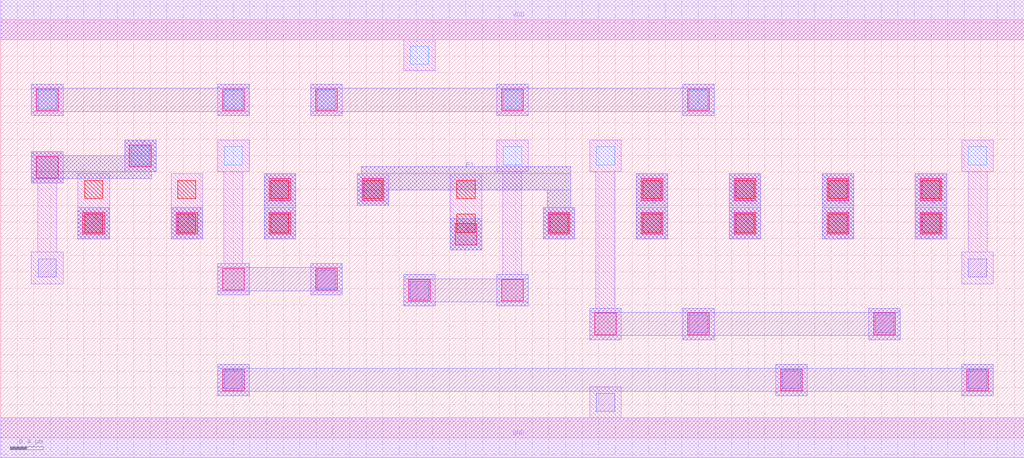
<source format=lef>
MACRO AOOAAOI21312
 CLASS CORE ;
 FOREIGN AOOAAOI21312 0 0 ;
 SIZE 12.32 BY 5.04 ;
 ORIGIN 0 0 ;
 SYMMETRY X Y R90 ;
 SITE unit ;
  PIN VDD
   DIRECTION INOUT ;
   USE POWER ;
   SHAPE ABUTMENT ;
    PORT
     CLASS CORE ;
       LAYER met1 ;
        RECT 0.00000000 4.80000000 12.32000000 5.28000000 ;
    END
  END VDD

  PIN GND
   DIRECTION INOUT ;
   USE POWER ;
   SHAPE ABUTMENT ;
    PORT
     CLASS CORE ;
       LAYER met1 ;
        RECT 0.00000000 -0.24000000 12.32000000 0.24000000 ;
    END
  END GND

  PIN Y
   DIRECTION INOUT ;
   USE SIGNAL ;
   SHAPE ABUTMENT ;
    PORT
     CLASS CORE ;
       LAYER met2 ;
        RECT 0.37000000 3.07200000 0.75000000 3.12200000 ;
        RECT 0.37000000 3.12200000 1.82000000 3.20700000 ;
        RECT 0.37000000 3.20700000 1.87000000 3.40200000 ;
        RECT 0.37000000 3.40200000 0.75000000 3.45200000 ;
        RECT 1.49000000 3.40200000 1.87000000 3.58700000 ;
    END
  END Y

  PIN E
   DIRECTION INOUT ;
   USE SIGNAL ;
   SHAPE ABUTMENT ;
    PORT
     CLASS CORE ;
       LAYER met2 ;
        RECT 5.41000000 2.26200000 5.79000000 2.64200000 ;
    END
  END E

  PIN D
   DIRECTION INOUT ;
   USE SIGNAL ;
   SHAPE ABUTMENT ;
    PORT
     CLASS CORE ;
       LAYER met2 ;
        RECT 7.65000000 2.39700000 8.03000000 3.18200000 ;
    END
  END D

  PIN C2
   DIRECTION INOUT ;
   USE SIGNAL ;
   SHAPE ABUTMENT ;
    PORT
     CLASS CORE ;
       LAYER met2 ;
        RECT 8.77000000 2.39700000 9.15000000 3.18200000 ;
    END
  END C2

  PIN C
   DIRECTION INOUT ;
   USE SIGNAL ;
   SHAPE ABUTMENT ;
    PORT
     CLASS CORE ;
       LAYER met2 ;
        RECT 11.01000000 2.39700000 11.39000000 3.18200000 ;
    END
  END C

  PIN A
   DIRECTION INOUT ;
   USE SIGNAL ;
   SHAPE ABUTMENT ;
    PORT
     CLASS CORE ;
       LAYER met2 ;
        RECT 0.93000000 2.39700000 1.31000000 2.77700000 ;
    END
  END A

  PIN E1
   DIRECTION INOUT ;
   USE SIGNAL ;
   SHAPE ABUTMENT ;
    PORT
     CLASS CORE ;
       LAYER met2 ;
        RECT 6.53000000 2.39700000 6.91000000 2.77700000 ;
        RECT 4.29000000 2.80200000 4.67000000 2.98700000 ;
        RECT 6.58000000 2.77700000 6.86000000 2.98700000 ;
        RECT 4.29000000 2.98700000 6.86000000 3.18200000 ;
        RECT 4.34000000 3.18200000 6.86000000 3.26700000 ;
    END
  END E1

  PIN A1
   DIRECTION INOUT ;
   USE SIGNAL ;
   SHAPE ABUTMENT ;
    PORT
     CLASS CORE ;
       LAYER met2 ;
        RECT 2.05000000 2.39700000 2.43000000 2.77700000 ;
    END
  END A1

  PIN C1
   DIRECTION INOUT ;
   USE SIGNAL ;
   SHAPE ABUTMENT ;
    PORT
     CLASS CORE ;
       LAYER met2 ;
        RECT 9.89000000 2.39700000 10.27000000 3.18200000 ;
    END
  END C1

  PIN B
   DIRECTION INOUT ;
   USE SIGNAL ;
   SHAPE ABUTMENT ;
    PORT
     CLASS CORE ;
       LAYER met2 ;
        RECT 3.17000000 2.39700000 3.55000000 3.18200000 ;
    END
  END B

 OBS
    LAYER polycont ;
     RECT 1.01000000 2.47700000 1.23000000 2.69700000 ;
     RECT 2.13000000 2.47700000 2.35000000 2.69700000 ;
     RECT 3.25000000 2.47700000 3.47000000 2.69700000 ;
     RECT 5.49000000 2.47700000 5.71000000 2.69700000 ;
     RECT 6.61000000 2.47700000 6.83000000 2.69700000 ;
     RECT 7.73000000 2.47700000 7.95000000 2.69700000 ;
     RECT 8.85000000 2.47700000 9.07000000 2.69700000 ;
     RECT 9.97000000 2.47700000 10.19000000 2.69700000 ;
     RECT 11.09000000 2.47700000 11.31000000 2.69700000 ;
     RECT 1.01000000 2.88200000 1.23000000 3.10200000 ;
     RECT 2.13000000 2.88200000 2.35000000 3.10200000 ;
     RECT 3.25000000 2.88200000 3.47000000 3.10200000 ;
     RECT 4.37000000 2.88200000 4.59000000 3.10200000 ;
     RECT 5.49000000 2.88200000 5.71000000 3.10200000 ;
     RECT 7.73000000 2.88200000 7.95000000 3.10200000 ;
     RECT 8.85000000 2.88200000 9.07000000 3.10200000 ;
     RECT 9.97000000 2.88200000 10.19000000 3.10200000 ;
     RECT 11.09000000 2.88200000 11.31000000 3.10200000 ;

    LAYER pdiffc ;
     RECT 1.57000000 3.28700000 1.79000000 3.50700000 ;
     RECT 2.69000000 3.28700000 2.91000000 3.50700000 ;
     RECT 6.05000000 3.28700000 6.27000000 3.50700000 ;
     RECT 7.17000000 3.28700000 7.39000000 3.50700000 ;
     RECT 11.65000000 3.28700000 11.87000000 3.50700000 ;
     RECT 0.45000000 3.96200000 0.67000000 4.18200000 ;
     RECT 2.69000000 3.96200000 2.91000000 4.18200000 ;
     RECT 3.81000000 3.96200000 4.03000000 4.18200000 ;
     RECT 6.05000000 3.96200000 6.27000000 4.18200000 ;
     RECT 8.29000000 3.96200000 8.51000000 4.18200000 ;
     RECT 4.93000000 4.50200000 5.15000000 4.72200000 ;

    LAYER ndiffc ;
     RECT 7.17000000 0.31700000 7.39000000 0.53700000 ;
     RECT 2.69000000 0.58700000 2.91000000 0.80700000 ;
     RECT 9.41000000 0.58700000 9.63000000 0.80700000 ;
     RECT 11.65000000 0.58700000 11.87000000 0.80700000 ;
     RECT 8.29000000 1.26200000 8.51000000 1.48200000 ;
     RECT 10.53000000 1.26200000 10.75000000 1.48200000 ;
     RECT 4.93000000 1.66700000 5.15000000 1.88700000 ;
     RECT 3.81000000 1.80200000 4.03000000 2.02200000 ;
     RECT 0.45000000 1.93700000 0.67000000 2.15700000 ;
     RECT 11.65000000 1.93700000 11.87000000 2.15700000 ;

    LAYER met1 ;
     RECT 0.00000000 -0.24000000 12.32000000 0.24000000 ;
     RECT 7.09000000 0.24000000 7.47000000 0.61700000 ;
     RECT 2.61000000 0.50700000 2.99000000 0.88700000 ;
     RECT 9.33000000 0.50700000 9.71000000 0.88700000 ;
     RECT 11.57000000 0.50700000 11.95000000 0.88700000 ;
     RECT 8.21000000 1.18200000 8.59000000 1.56200000 ;
     RECT 10.45000000 1.18200000 10.83000000 1.56200000 ;
     RECT 4.85000000 1.58700000 5.23000000 1.96700000 ;
     RECT 3.73000000 1.72200000 4.11000000 2.10200000 ;
     RECT 3.17000000 2.39700000 3.55000000 2.77700000 ;
     RECT 6.53000000 2.39700000 6.91000000 2.77700000 ;
     RECT 7.65000000 2.39700000 8.03000000 2.77700000 ;
     RECT 8.77000000 2.39700000 9.15000000 2.77700000 ;
     RECT 9.89000000 2.39700000 10.27000000 2.77700000 ;
     RECT 11.01000000 2.39700000 11.39000000 2.77700000 ;
     RECT 0.93000000 2.39700000 1.31000000 3.18200000 ;
     RECT 2.05000000 2.39700000 2.43000000 3.18200000 ;
     RECT 3.17000000 2.80200000 3.55000000 3.18200000 ;
     RECT 4.29000000 2.80200000 4.67000000 3.18200000 ;
     RECT 5.41000000 2.26200000 5.79000000 3.18200000 ;
     RECT 7.65000000 2.80200000 8.03000000 3.18200000 ;
     RECT 8.77000000 2.80200000 9.15000000 3.18200000 ;
     RECT 9.89000000 2.80200000 10.27000000 3.18200000 ;
     RECT 11.01000000 2.80200000 11.39000000 3.18200000 ;
     RECT 0.37000000 1.85700000 0.75000000 2.23700000 ;
     RECT 0.44500000 2.23700000 0.67500000 3.07200000 ;
     RECT 0.37000000 3.07200000 0.75000000 3.45200000 ;
     RECT 1.49000000 3.20700000 1.87000000 3.58700000 ;
     RECT 2.61000000 1.72200000 2.99000000 2.10200000 ;
     RECT 2.68500000 2.10200000 2.91500000 3.20700000 ;
     RECT 2.61000000 3.20700000 2.99000000 3.58700000 ;
     RECT 5.97000000 1.58700000 6.35000000 1.96700000 ;
     RECT 6.04500000 1.96700000 6.27500000 3.20700000 ;
     RECT 5.97000000 3.20700000 6.35000000 3.58700000 ;
     RECT 7.09000000 1.18200000 7.47000000 1.56200000 ;
     RECT 7.16500000 1.56200000 7.39500000 3.20700000 ;
     RECT 7.09000000 3.20700000 7.47000000 3.58700000 ;
     RECT 11.57000000 1.85700000 11.95000000 2.23700000 ;
     RECT 11.64500000 2.23700000 11.87500000 3.20700000 ;
     RECT 11.57000000 3.20700000 11.95000000 3.58700000 ;
     RECT 0.37000000 3.88200000 0.75000000 4.26200000 ;
     RECT 2.61000000 3.88200000 2.99000000 4.26200000 ;
     RECT 3.73000000 3.88200000 4.11000000 4.26200000 ;
     RECT 5.97000000 3.88200000 6.35000000 4.26200000 ;
     RECT 8.21000000 3.88200000 8.59000000 4.26200000 ;
     RECT 4.85000000 4.42200000 5.23000000 4.80000000 ;
     RECT 0.00000000 4.80000000 12.32000000 5.28000000 ;

    LAYER via1 ;
     RECT 2.67000000 0.56700000 2.93000000 0.82700000 ;
     RECT 9.39000000 0.56700000 9.65000000 0.82700000 ;
     RECT 11.63000000 0.56700000 11.89000000 0.82700000 ;
     RECT 7.15000000 1.24200000 7.41000000 1.50200000 ;
     RECT 8.27000000 1.24200000 8.53000000 1.50200000 ;
     RECT 10.51000000 1.24200000 10.77000000 1.50200000 ;
     RECT 4.91000000 1.64700000 5.17000000 1.90700000 ;
     RECT 6.03000000 1.64700000 6.29000000 1.90700000 ;
     RECT 2.67000000 1.78200000 2.93000000 2.04200000 ;
     RECT 3.79000000 1.78200000 4.05000000 2.04200000 ;
     RECT 5.47000000 2.32200000 5.73000000 2.58200000 ;
     RECT 0.99000000 2.45700000 1.25000000 2.71700000 ;
     RECT 2.11000000 2.45700000 2.37000000 2.71700000 ;
     RECT 3.23000000 2.45700000 3.49000000 2.71700000 ;
     RECT 6.59000000 2.45700000 6.85000000 2.71700000 ;
     RECT 7.71000000 2.45700000 7.97000000 2.71700000 ;
     RECT 8.83000000 2.45700000 9.09000000 2.71700000 ;
     RECT 9.95000000 2.45700000 10.21000000 2.71700000 ;
     RECT 11.07000000 2.45700000 11.33000000 2.71700000 ;
     RECT 3.23000000 2.86200000 3.49000000 3.12200000 ;
     RECT 4.35000000 2.86200000 4.61000000 3.12200000 ;
     RECT 7.71000000 2.86200000 7.97000000 3.12200000 ;
     RECT 8.83000000 2.86200000 9.09000000 3.12200000 ;
     RECT 9.95000000 2.86200000 10.21000000 3.12200000 ;
     RECT 11.07000000 2.86200000 11.33000000 3.12200000 ;
     RECT 0.43000000 3.13200000 0.69000000 3.39200000 ;
     RECT 1.55000000 3.26700000 1.81000000 3.52700000 ;
     RECT 0.43000000 3.94200000 0.69000000 4.20200000 ;
     RECT 2.67000000 3.94200000 2.93000000 4.20200000 ;
     RECT 3.79000000 3.94200000 4.05000000 4.20200000 ;
     RECT 6.03000000 3.94200000 6.29000000 4.20200000 ;
     RECT 8.27000000 3.94200000 8.53000000 4.20200000 ;

    LAYER met2 ;
     RECT 2.61000000 0.50700000 2.99000000 0.55700000 ;
     RECT 9.33000000 0.50700000 9.71000000 0.55700000 ;
     RECT 11.57000000 0.50700000 11.95000000 0.55700000 ;
     RECT 2.61000000 0.55700000 11.95000000 0.83700000 ;
     RECT 2.61000000 0.83700000 2.99000000 0.88700000 ;
     RECT 9.33000000 0.83700000 9.71000000 0.88700000 ;
     RECT 11.57000000 0.83700000 11.95000000 0.88700000 ;
     RECT 7.09000000 1.18200000 7.47000000 1.23200000 ;
     RECT 8.21000000 1.18200000 8.59000000 1.23200000 ;
     RECT 10.45000000 1.18200000 10.83000000 1.23200000 ;
     RECT 7.09000000 1.23200000 10.83000000 1.51200000 ;
     RECT 7.09000000 1.51200000 7.47000000 1.56200000 ;
     RECT 8.21000000 1.51200000 8.59000000 1.56200000 ;
     RECT 10.45000000 1.51200000 10.83000000 1.56200000 ;
     RECT 4.85000000 1.58700000 5.23000000 1.63700000 ;
     RECT 5.97000000 1.58700000 6.35000000 1.63700000 ;
     RECT 4.85000000 1.63700000 6.35000000 1.91700000 ;
     RECT 4.85000000 1.91700000 5.23000000 1.96700000 ;
     RECT 5.97000000 1.91700000 6.35000000 1.96700000 ;
     RECT 2.61000000 1.72200000 2.99000000 1.77200000 ;
     RECT 3.73000000 1.72200000 4.11000000 1.77200000 ;
     RECT 2.61000000 1.77200000 4.11000000 2.05200000 ;
     RECT 2.61000000 2.05200000 2.99000000 2.10200000 ;
     RECT 3.73000000 2.05200000 4.11000000 2.10200000 ;
     RECT 5.41000000 2.26200000 5.79000000 2.64200000 ;
     RECT 0.93000000 2.39700000 1.31000000 2.77700000 ;
     RECT 2.05000000 2.39700000 2.43000000 2.77700000 ;
     RECT 3.17000000 2.39700000 3.55000000 3.18200000 ;
     RECT 7.65000000 2.39700000 8.03000000 3.18200000 ;
     RECT 8.77000000 2.39700000 9.15000000 3.18200000 ;
     RECT 9.89000000 2.39700000 10.27000000 3.18200000 ;
     RECT 11.01000000 2.39700000 11.39000000 3.18200000 ;
     RECT 6.53000000 2.39700000 6.91000000 2.77700000 ;
     RECT 4.29000000 2.80200000 4.67000000 2.98700000 ;
     RECT 6.58000000 2.77700000 6.86000000 2.98700000 ;
     RECT 4.29000000 2.98700000 6.86000000 3.18200000 ;
     RECT 4.34000000 3.18200000 6.86000000 3.26700000 ;
     RECT 0.37000000 3.07200000 0.75000000 3.12200000 ;
     RECT 0.37000000 3.12200000 1.82000000 3.20700000 ;
     RECT 0.37000000 3.20700000 1.87000000 3.40200000 ;
     RECT 0.37000000 3.40200000 0.75000000 3.45200000 ;
     RECT 1.49000000 3.40200000 1.87000000 3.58700000 ;
     RECT 0.37000000 3.88200000 0.75000000 3.93200000 ;
     RECT 2.61000000 3.88200000 2.99000000 3.93200000 ;
     RECT 0.37000000 3.93200000 2.99000000 4.21200000 ;
     RECT 0.37000000 4.21200000 0.75000000 4.26200000 ;
     RECT 2.61000000 4.21200000 2.99000000 4.26200000 ;
     RECT 3.73000000 3.88200000 4.11000000 3.93200000 ;
     RECT 5.97000000 3.88200000 6.35000000 3.93200000 ;
     RECT 8.21000000 3.88200000 8.59000000 3.93200000 ;
     RECT 3.73000000 3.93200000 8.59000000 4.21200000 ;
     RECT 3.73000000 4.21200000 4.11000000 4.26200000 ;
     RECT 5.97000000 4.21200000 6.35000000 4.26200000 ;
     RECT 8.21000000 4.21200000 8.59000000 4.26200000 ;

 END
END AOOAAOI21312

</source>
